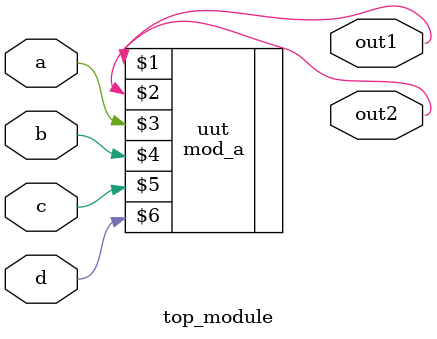
<source format=v>
module top_module ( 
    input a, 
    input b, 
    input c,
    input d,
    output out1,
    output out2
);
    mod_a uut(
        out1,
        out2,
        a,
        b,
        c,
        d
    );
endmodule

</source>
